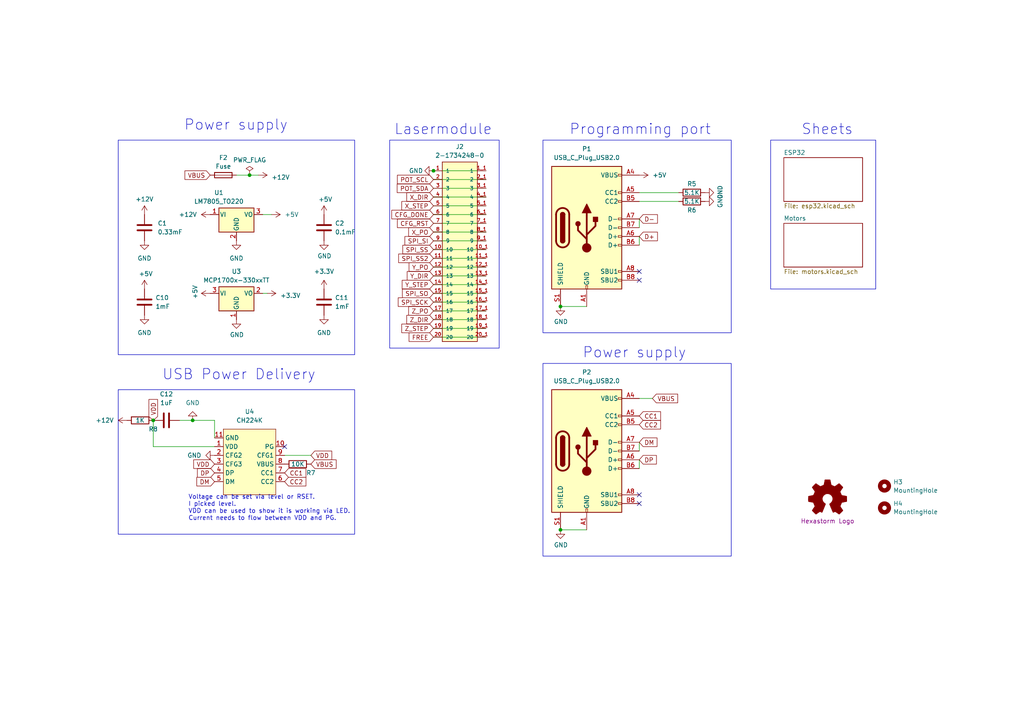
<source format=kicad_sch>
(kicad_sch (version 20230121) (generator eeschema)
  (paper "A4")
  (title_block (title "Firestarter ") (date "2021-07-30") (company "Hexastorm") (comment 1 "v3"))
  (lib_symbols
    (symbol "Connector:USB_C_Receptacle_USB2.0" (pin_names (offset 1.016))
      (property "Reference" "J" (at -10.16 19.05 0))
      (property "Value" "USB_C_Receptacle_USB2.0" (at 19.05 19.05 0))
      (symbol "USB_C_Receptacle_USB2.0_0_0"
        (rectangle (start -0.254 -17.78) (end 0.254 -16.764))
        (rectangle (start 10.16 -14.986) (end 9.144 -15.494))
        (rectangle (start 10.16 -12.446) (end 9.144 -12.954))
        (rectangle (start 10.16 -4.826) (end 9.144 -5.334))
        (rectangle (start 10.16 -2.286) (end 9.144 -2.794))
        (rectangle (start 10.16 0.254) (end 9.144 -0.254))
        (rectangle (start 10.16 2.794) (end 9.144 2.286))
        (rectangle (start 10.16 7.874) (end 9.144 7.366))
        (rectangle (start 10.16 10.414) (end 9.144 9.906))
        (rectangle (start 10.16 15.494) (end 9.144 14.986))
      )
      (symbol "USB_C_Receptacle_USB2.0_0_1"
        (rectangle (start -10.16 17.78) (end 10.16 -17.78) (stroke (width 0.254)) (fill (type background)))
        (arc (start -8.89 -3.81) (mid -6.985 -5.7067) (end -5.08 -3.81) (stroke (width 0.508)))
        (arc (start -7.62 -3.81) (mid -6.985 -4.4423) (end -6.35 -3.81) (stroke (width 0.254)))
        (arc (start -7.62 -3.81) (mid -6.985 -4.4423) (end -6.35 -3.81) (stroke (width 0.254)) (fill (type outline)))
        (rectangle (start -7.62 -3.81) (end -6.35 3.81) (stroke (width 0.254)) (fill (type outline)))
        (arc (start -6.35 3.81) (mid -6.985 4.4423) (end -7.62 3.81) (stroke (width 0.254)))
        (arc (start -6.35 3.81) (mid -6.985 4.4423) (end -7.62 3.81) (stroke (width 0.254)) (fill (type outline)))
        (arc (start -5.08 3.81) (mid -6.985 5.7067) (end -8.89 3.81) (stroke (width 0.508)))
        (circle (center -2.54 1.143) (radius 0.635) (stroke (width 0.254)) (fill (type outline)))
        (circle (center 0 -5.842) (radius 1.27) (fill (type outline)))
        (polyline (pts (xy -8.89 -3.81) (xy -8.89 3.81)) (stroke (width 0.508)))
        (polyline (pts (xy -5.08 3.81) (xy -5.08 -3.81)) (stroke (width 0.508)))
        (polyline (pts (xy 0 -5.842) (xy 0 4.318)) (stroke (width 0.508)))
        (polyline (pts (xy 0 -3.302) (xy -2.54 -0.762) (xy -2.54 0.508)) (stroke (width 0.508)))
        (polyline (pts (xy 0 -2.032) (xy 2.54 0.508) (xy 2.54 1.778)) (stroke (width 0.508)))
        (polyline (pts (xy -1.27 4.318) (xy 0 6.858) (xy 1.27 4.318) (xy -1.27 4.318)) (stroke (width 0.254)) (fill (type outline)))
        (rectangle (start 1.905 1.778) (end 3.175 3.048) (stroke (width 0.254)) (fill (type outline)))
      )
      (symbol "USB_C_Receptacle_USB2.0_1_1"
        (pin passive line (at 0 -22.86 90) (length 5.08) (name "GND") (number "A1"))
        (pin passive line (at 0 -22.86 90) (length 5.08) hide (name "GND") (number "A12"))
        (pin passive line (at 15.24 15.24 180) (length 5.08) (name "VBUS") (number "A4"))
        (pin bidirectional line (at 15.24 10.16 180) (length 5.08) (name "CC1") (number "A5"))
        (pin bidirectional line (at 15.24 -2.54 180) (length 5.08) (name "D+") (number "A6"))
        (pin bidirectional line (at 15.24 2.54 180) (length 5.08) (name "D-") (number "A7"))
        (pin bidirectional line (at 15.24 -12.7 180) (length 5.08) (name "SBU1") (number "A8"))
        (pin passive line (at 15.24 15.24 180) (length 5.08) hide (name "VBUS") (number "A9"))
        (pin passive line (at 0 -22.86 90) (length 5.08) hide (name "GND") (number "B1"))
        (pin passive line (at 0 -22.86 90) (length 5.08) hide (name "GND") (number "B12"))
        (pin passive line (at 15.24 15.24 180) (length 5.08) hide (name "VBUS") (number "B4"))
        (pin bidirectional line (at 15.24 7.62 180) (length 5.08) (name "CC2") (number "B5"))
        (pin bidirectional line (at 15.24 -5.08 180) (length 5.08) (name "D+") (number "B6"))
        (pin bidirectional line (at 15.24 0 180) (length 5.08) (name "D-") (number "B7"))
        (pin bidirectional line (at 15.24 -15.24 180) (length 5.08) (name "SBU2") (number "B8"))
        (pin passive line (at 15.24 15.24 180) (length 5.08) hide (name "VBUS") (number "B9"))
        (pin passive line (at -7.62 -22.86 90) (length 5.08) (name "SHIELD") (number "S1"))
      )
    )
    (symbol "Device:C" (pin_numbers hide) (pin_names (offset 0.254))
      (property "Reference" "C" (at 0.635 2.54 0))
      (property "Value" "C" (at 0.635 -2.54 0))
      (symbol "C_0_1"
        (polyline (pts (xy -2.032 -0.762) (xy 2.032 -0.762)) (stroke (width 0.508)))
        (polyline (pts (xy -2.032 0.762) (xy 2.032 0.762)) (stroke (width 0.508)))
      )
      (symbol "C_1_1"
        (pin passive line (at 0 3.81 270) (length 2.794) (name "~") (number "1"))
        (pin passive line (at 0 -3.81 90) (length 2.794) (name "~") (number "2"))
      )
    )
    (symbol "Device:Fuse" (pin_numbers hide) (pin_names (offset 0))
      (property "Reference" "F" (at 2.032 0 90))
      (property "Value" "Fuse" (at -1.905 0 90))
      (symbol "Fuse_0_1"
        (rectangle (start -0.762 -2.54) (end 0.762 2.54) (stroke (width 0.254)))
        (polyline (pts (xy 0 2.54) (xy 0 -2.54)))
      )
      (symbol "Fuse_1_1"
        (pin passive line (at 0 3.81 270) (length 1.27) (name "~") (number "1"))
        (pin passive line (at 0 -3.81 90) (length 1.27) (name "~") (number "2"))
      )
    )
    (symbol "Device:R" (pin_numbers hide) (pin_names (offset 0))
      (property "Reference" "R" (at 2.032 0 90))
      (property "Value" "R" (at 0 0 90))
      (symbol "R_0_1"
        (rectangle (start -1.016 -2.54) (end 1.016 2.54) (stroke (width 0.254)))
      )
      (symbol "R_1_1"
        (pin passive line (at 0 3.81 270) (length 1.27) (name "~") (number "1"))
        (pin passive line (at 0 -3.81 90) (length 1.27) (name "~") (number "2"))
      )
    )
    (symbol "Graphic:Logo_Open_Hardware_Small" (in_bom no) (on_board no)
      (symbol "Logo_Open_Hardware_Small_0_1"
        (polyline (pts (xy 3.3528 -4.3434) (xy 3.302 -4.318) (xy 3.175 -4.2418) (xy 2.9972 -4.1148) (xy 2.7686 -3.9624) (xy 2.54 -3.81) (xy 2.3622 -3.7084) (xy 2.2352 -3.6068) (xy 2.1844 -3.5814) (xy 2.159 -3.6068) (xy 2.0574 -3.6576) (xy 1.905 -3.7338) (xy 1.8034 -3.7846) (xy 1.6764 -3.8354) (xy 1.6002 -3.8354) (xy 1.6002 -3.8354) (xy 1.5494 -3.7338) (xy 1.4732 -3.5306) (xy 1.3462 -3.302) (xy 1.2446 -3.0226) (xy 1.1176 -2.7178) (xy 0.9652 -2.413) (xy 0.8636 -2.1082) (xy 0.7366 -1.8288) (xy 0.6604 -1.6256) (xy 0.6096 -1.4732) (xy 0.5842 -1.397) (xy 0.5842 -1.397) (xy 0.6604 -1.3208) (xy 0.7874 -1.2446) (xy 1.0414 -1.016) (xy 1.2954 -0.6858) (xy 1.4478 -0.3302) (xy 1.524 0.0762) (xy 1.4732 0.4572) (xy 1.3208 0.8128) (xy 1.0668 1.143) (xy 0.762 1.3716) (xy 0.4064 1.524) (xy 0 1.5748) (xy -0.381 1.5494) (xy -0.7366 1.397) (xy -1.0668 1.143) (xy -1.2192 0.9906) (xy -1.397 0.6604) (xy -1.524 0.3048) (xy -1.524 0.2286) (xy -1.4986 -0.1778) (xy -1.397 -0.5334) (xy -1.1938 -0.8636) (xy -0.9144 -1.143) (xy -0.8636 -1.1684) (xy -0.7366 -1.27) (xy -0.635 -1.3462) (xy -0.5842 -1.397) (xy -1.0668 -2.5908) (xy -1.143 -2.794) (xy -1.2954 -3.1242) (xy -1.397 -3.4036) (xy -1.4986 -3.6322) (xy -1.5748 -3.7846) (xy -1.6002 -3.8354) (xy -1.6002 -3.8354) (xy -1.651 -3.8354) (xy -1.7272 -3.81) (xy -1.905 -3.7338) (xy -2.0066 -3.683) (xy -2.1336 -3.6068) (xy -2.2098 -3.5814) (xy -2.2606 -3.6068) (xy -2.3622 -3.683) (xy -2.54 -3.81) (xy -2.7686 -3.9624) (xy -2.9718 -4.0894) (xy -3.1496 -4.2164) (xy -3.302 -4.318) (xy -3.3528 -4.3434) (xy -3.3782 -4.3434) (xy -3.429 -4.318) (xy -3.5306 -4.2164) (xy -3.7084 -4.064) (xy -3.937 -3.8354) (xy -3.9624 -3.81) (xy -4.1656 -3.6068) (xy -4.318 -3.4544) (xy -4.4196 -3.3274) (xy -4.445 -3.2766) (xy -4.445 -3.2766) (xy -4.4196 -3.2258) (xy -4.318 -3.0734) (xy -4.2164 -2.8956) (xy -4.064 -2.667) (xy -3.6576 -2.0828) (xy -3.8862 -1.5494) (xy -3.937 -1.3716) (xy -4.0386 -1.1684) (xy -4.0894 -1.0414) (xy -4.1148 -0.9652) (xy -4.191 -0.9398) (xy -4.318 -0.9144) (xy -4.5466 -0.8636) (xy -4.8006 -0.8128) (xy -5.0546 -0.7874) (xy -5.2578 -0.7366) (xy -5.4356 -0.7112) (xy -5.5118 -0.6858) (xy -5.5118 -0.6858) (xy -5.5372 -0.635) (xy -5.5372 -0.5588) (xy -5.5372 -0.4318) (xy -5.5626 -0.2286) (xy -5.5626 0.0762) (xy -5.5626 0.127) (xy -5.5372 0.4064) (xy -5.5372 0.635) (xy -5.5372 0.762) (xy -5.5372 0.8382) (xy -5.5372 0.8382) (xy -5.461 0.8382) (xy -5.3086 0.889) (xy -5.08 0.9144) (xy -4.826 0.9652) (xy -4.8006 0.9906) (xy -4.5466 1.0414) (xy -4.318 1.0668) (xy -4.1656 1.1176) (xy -4.0894 1.143) (xy -4.0894 1.143) (xy -4.0386 1.2446) (xy -3.9624 1.4224) (xy -3.8608 1.6256) (xy -3.7846 1.8288) (xy -3.7084 2.0066) (xy -3.6576 2.159) (xy -3.6322 2.2098) (xy -3.6322 2.2098) (xy -3.683 2.286) (xy -3.7592 2.413) (xy -3.8862 2.5908) (xy -4.064 2.8194) (xy -4.064 2.8448) (xy -4.2164 3.0734) (xy -4.3434 3.2512) (xy -4.4196 3.3782) (xy -4.445 3.4544) (xy -4.445 3.4544) (xy -4.3942 3.5052) (xy -4.2926 3.6322) (xy -4.1148 3.81) (xy -3.937 4.0132) (xy -3.8608 4.064) (xy -3.6576 4.2926) (xy -3.5052 4.4196) (xy -3.4036 4.4958) (xy -3.3528 4.5212) (xy -3.3528 4.5212) (xy -3.302 4.4704) (xy -3.1496 4.3688) (xy -2.9718 4.2418) (xy -2.7432 4.0894) (xy -2.7178 4.0894) (xy -2.4892 3.937) (xy -2.3114 3.81) (xy -2.1844 3.7084) (xy -2.1336 3.683) (xy -2.1082 3.683) (xy -2.032 3.7084) (xy -1.8542 3.7592) (xy -1.6764 3.8354) (xy -1.4732 3.937) (xy -1.27 4.0132) (xy -1.143 4.064) (xy -1.0668 4.1148) (xy -1.0668 4.1148) (xy -1.0414 4.191) (xy -1.016 4.3434) (xy -0.9652 4.572) (xy -0.9144 4.8514) (xy -0.889 4.9022) (xy -0.8382 5.1562) (xy -0.8128 5.3848) (xy -0.7874 5.5372) (xy -0.762 5.588) (xy -0.7112 5.6134) (xy -0.5842 5.6134) (xy -0.4064 5.6134) (xy -0.1524 5.6134) (xy 0.0762 5.6134) (xy 0.3302 5.6134) (xy 0.5334 5.6134) (xy 0.6858 5.588) (xy 0.7366 5.588) (xy 0.7366 5.588) (xy 0.762 5.5118) (xy 0.8128 5.334) (xy 0.8382 5.1054) (xy 0.9144 4.826) (xy 0.9144 4.7752) (xy 0.9652 4.5212) (xy 1.016 4.2926) (xy 1.0414 4.1402) (xy 1.0668 4.0894) (xy 1.0668 4.0894) (xy 1.1938 4.0386) (xy 1.3716 3.9624) (xy 1.5748 3.8608) (xy 2.0828 3.6576) (xy 2.7178 4.0894) (xy 2.7686 4.1402) (xy 2.9972 4.2926) (xy 3.175 4.4196) (xy 3.302 4.4958) (xy 3.3782 4.5212) (xy 3.3782 4.5212) (xy 3.429 4.4704) (xy 3.556 4.3434) (xy 3.7338 4.191) (xy 3.9116 3.9878) (xy 4.064 3.8354) (xy 4.2418 3.6576) (xy 4.3434 3.556) (xy 4.4196 3.4798) (xy 4.4196 3.429) (xy 4.4196 3.4036) (xy 4.3942 3.3274) (xy 4.2926 3.2004) (xy 4.1656 2.9972) (xy 4.0132 2.794) (xy 3.8862 2.5908) (xy 3.7592 2.3876) (xy 3.6576 2.2352) (xy 3.6322 2.159) (xy 3.6322 2.1336) (xy 3.683 2.0066) (xy 3.7592 1.8288) (xy 3.8608 1.6002) (xy 4.064 1.1176) (xy 4.3942 1.0414) (xy 4.5974 1.016) (xy 4.8768 0.9652) (xy 5.1308 0.9144) (xy 5.5372 0.8382) (xy 5.5626 -0.6604) (xy 5.4864 -0.6858) (xy 5.4356 -0.6858) (xy 5.2832 -0.7366) (xy 5.0546 -0.762) (xy 4.8006 -0.8128) (xy 4.5974 -0.8636) (xy 4.3688 -0.9144) (xy 4.2164 -0.9398) (xy 4.1402 -0.9398) (xy 4.1148 -0.9652) (xy 4.064 -1.0668) (xy 3.9878 -1.2446) (xy 3.9116 -1.4478) (xy 3.81 -1.651) (xy 3.7338 -1.8542) (xy 3.683 -2.0066) (xy 3.6576 -2.0828) (xy 3.683 -2.1336) (xy 3.7846 -2.2606) (xy 3.8862 -2.4638) (xy 4.0386 -2.667) (xy 4.191 -2.8956) (xy 4.318 -3.0734) (xy 4.3942 -3.2004) (xy 4.445 -3.2766) (xy 4.4196 -3.3274) (xy 4.3434 -3.429) (xy 4.1656 -3.5814) (xy 3.937 -3.8354) (xy 3.8862 -3.8608) (xy 3.683 -4.064) (xy 3.5306 -4.2164) (xy 3.4036 -4.318) (xy 3.3528 -4.3434)) (fill (type outline)))
      )
    )
    (symbol "Mechanical:MountingHole" (pin_names (offset 1.016))
      (property "Reference" "H" (at 0 5.08 0))
      (property "Value" "MountingHole" (at 0 3.175 0))
      (symbol "MountingHole_0_1"
        (circle (center 0 0) (radius 1.27) (stroke (width 1.27)))
      )
    )
    (symbol "Regulator_Linear:LM7805_TO220" (pin_names (offset 0.254))
      (property "Reference" "U" (at -3.81 3.175 0))
      (property "Value" "LM7805_TO220" (at 0 3.175 0))
      (symbol "LM7805_TO220_0_1"
        (rectangle (start -5.08 1.905) (end 5.08 -5.08) (stroke (width 0.254)) (fill (type background)))
      )
      (symbol "LM7805_TO220_1_1"
        (pin power_in line (at -7.62 0 0) (length 2.54) (name "VI") (number "1"))
        (pin power_in line (at 0 -7.62 90) (length 2.54) (name "GND") (number "2"))
        (pin power_out line (at 7.62 0 180) (length 2.54) (name "VO") (number "3"))
      )
    )
    (symbol "Regulator_Linear:MCP1700x-330xxTT" (pin_names (offset 0.254))
      (property "Reference" "U" (at -3.81 3.175 0))
      (property "Value" "MCP1700x-330xxTT" (at 0 3.175 0))
      (symbol "MCP1700x-330xxTT_0_1"
        (rectangle (start -5.08 1.905) (end 5.08 -5.08) (stroke (width 0.254)) (fill (type background)))
      )
      (symbol "MCP1700x-330xxTT_1_1"
        (pin power_in line (at 0 -7.62 90) (length 2.54) (name "GND") (number "1"))
        (pin power_out line (at 7.62 0 180) (length 2.54) (name "VO") (number "2"))
        (pin power_in line (at -7.62 0 0) (length 2.54) (name "VI") (number "3"))
      )
    )
    (symbol "firestarter_library:2-1734248-0" (pin_names (offset 1.016))
      (property "Reference" "J" (at -5.08 20.955 0))
      (property "Value" "2-1734248-0" (at -6.35 -35.56 0))
      (symbol "2-1734248-0_0_0"
        (rectangle (start -5.08 20.32) (end 5.08 -31.75) (stroke (width 0.2032)) (fill (type background)))
        (pin passive line (at -7.62 17.78 0) (length 2.54) (name "1") (number "1"))
        (pin passive line (at -7.62 -5.08 0) (length 2.54) (name "10") (number "10"))
        (pin passive line (at 7.62 -5.08 180) (length 2.54) (name "10") (number "10_1"))
        (pin passive line (at -7.62 -7.62 0) (length 2.54) (name "11") (number "11"))
        (pin passive line (at 7.62 -7.62 180) (length 2.54) (name "11") (number "11_1"))
        (pin passive line (at -7.62 -10.16 0) (length 2.54) (name "12") (number "12"))
        (pin passive line (at 7.62 -10.16 180) (length 2.54) (name "12") (number "12_1"))
        (pin passive line (at -7.62 -12.7 0) (length 2.54) (name "13") (number "13"))
        (pin passive line (at 7.62 -12.7 180) (length 2.54) (name "13") (number "13_1"))
        (pin passive line (at -7.62 -15.24 0) (length 2.54) (name "14") (number "14"))
        (pin passive line (at 7.62 -15.24 180) (length 2.54) (name "14") (number "14_1"))
        (pin passive line (at -7.62 -17.78 0) (length 2.54) (name "15") (number "15"))
        (pin passive line (at 7.62 -17.78 180) (length 2.54) (name "15") (number "15_1"))
        (pin passive line (at 7.62 17.78 180) (length 2.54) (name "1") (number "1_1"))
        (pin passive line (at -7.62 15.24 0) (length 2.54) (name "2") (number "2"))
        (pin passive line (at 7.62 15.24 180) (length 2.54) (name "2") (number "2_1"))
        (pin passive line (at -7.62 12.7 0) (length 2.54) (name "3") (number "3"))
        (pin passive line (at 7.62 12.7 180) (length 2.54) (name "3") (number "3_1"))
        (pin passive line (at -7.62 10.16 0) (length 2.54) (name "4") (number "4"))
        (pin passive line (at 7.62 10.16 180) (length 2.54) (name "4") (number "4_1"))
        (pin passive line (at -7.62 7.62 0) (length 2.54) (name "5") (number "5"))
        (pin passive line (at 7.62 7.62 180) (length 2.54) (name "5") (number "5_1"))
        (pin passive line (at -7.62 5.08 0) (length 2.54) (name "6") (number "6"))
        (pin passive line (at 7.62 5.08 180) (length 2.54) (name "6") (number "6_1"))
        (pin passive line (at -7.62 2.54 0) (length 2.54) (name "7") (number "7"))
        (pin passive line (at 7.62 2.54 180) (length 2.54) (name "7") (number "7_1"))
        (pin passive line (at -7.62 0 0) (length 2.54) (name "8") (number "8"))
        (pin passive line (at 7.62 0 180) (length 2.54) (name "8") (number "8_1"))
        (pin passive line (at -7.62 -2.54 0) (length 2.54) (name "9") (number "9"))
        (pin passive line (at 7.62 -2.54 180) (length 2.54) (name "9") (number "9_1"))
      )
      (symbol "2-1734248-0_1_0"
        (pin passive line (at -7.62 -20.32 0) (length 2.54) (name "16") (number "16"))
        (pin passive line (at 7.62 -20.32 180) (length 2.54) (name "16") (number "16_1"))
        (pin passive line (at -7.62 -22.86 0) (length 2.54) (name "17") (number "17"))
        (pin passive line (at 7.62 -22.86 180) (length 2.54) (name "17") (number "17_1"))
        (pin passive line (at -7.62 -25.4 0) (length 2.54) (name "18") (number "18"))
        (pin passive line (at 7.62 -25.4 180) (length 2.54) (name "18") (number "18_1"))
        (pin passive line (at -7.62 -27.94 0) (length 2.54) (name "19") (number "19"))
        (pin passive line (at 7.62 -27.94 180) (length 2.54) (name "19") (number "19_1"))
        (pin passive line (at -7.62 -30.48 0) (length 2.54) (name "20") (number "20"))
        (pin passive line (at 7.62 -30.48 180) (length 2.54) (name "20") (number "20_1"))
      )
    )
    (symbol "power:+12V" (power) (pin_names (offset 0))
      (property "Value" "+12V" (at 0 3.556 0))
      (symbol "+12V_0_1"
        (polyline (pts (xy -0.762 1.27) (xy 0 2.54)))
        (polyline (pts (xy 0 0) (xy 0 2.54)))
        (polyline (pts (xy 0 2.54) (xy 0.762 1.27)))
      )
      (symbol "+12V_1_1"
        (pin power_in line (at 0 0 90) (length 0) hide (name "+12V") (number "1"))
      )
    )
    (symbol "power:+3.3V" (power) (pin_names (offset 0))
      (property "Value" "+3.3V" (at 0 3.556 0))
      (symbol "+3.3V_0_1"
        (polyline (pts (xy -0.762 1.27) (xy 0 2.54)))
        (polyline (pts (xy 0 0) (xy 0 2.54)))
        (polyline (pts (xy 0 2.54) (xy 0.762 1.27)))
      )
      (symbol "+3.3V_1_1"
        (pin power_in line (at 0 0 90) (length 0) hide (name "+3.3V") (number "1"))
      )
    )
    (symbol "power:+5V" (power) (pin_names (offset 0))
      (property "Value" "+5V" (at 0 3.556 0))
      (symbol "+5V_0_1"
        (polyline (pts (xy -0.762 1.27) (xy 0 2.54)))
        (polyline (pts (xy 0 0) (xy 0 2.54)))
        (polyline (pts (xy 0 2.54) (xy 0.762 1.27)))
      )
      (symbol "+5V_1_1"
        (pin power_in line (at 0 0 90) (length 0) hide (name "+5V") (number "1"))
      )
    )
    (symbol "power:GND" (power) (pin_names (offset 0))
      (property "Value" "GND" (at 0 -3.81 0))
      (symbol "GND_0_1"
        (polyline (pts (xy 0 0) (xy 0 -1.27) (xy 1.27 -1.27) (xy 0 -2.54) (xy -1.27 -1.27) (xy 0 -1.27)))
      )
      (symbol "GND_1_1"
        (pin power_in line (at 0 0 270) (length 0) hide (name "GND") (number "1"))
      )
    )
    (symbol "power:PWR_FLAG" (power) (pin_numbers hide) (pin_names (offset 0) hide)
      (property "Value" "PWR_FLAG" (at 0 3.81 0))
      (symbol "PWR_FLAG_0_0"
        (pin power_out line (at 0 0 90) (length 0) (name "pwr") (number "1"))
      )
      (symbol "PWR_FLAG_0_1"
        (polyline (pts (xy 0 0) (xy 0 1.27) (xy -1.016 1.905) (xy 0 2.54) (xy 1.016 1.905) (xy 0 1.27)))
      )
    )
    (symbol "wch_mcu_peripheral:CH224K"
      (property "Reference" "U" (at 0 -10.16 0))
      (property "Value" "CH224K" (at 5.08 -11.43 0))
      (symbol "CH224K_0_1"
        (rectangle (start -7.62 10.16) (end 7.62 -8.89) (fill (type background)))
      )
      (symbol "CH224K_1_1"
        (pin power_in line (at -10.16 5.08 0) (length 2.54) (name "VDD") (number "1"))
        (pin output line (at 10.16 5.08 180) (length 2.54) (name "PG") (number "10"))
        (pin power_in line (at -10.16 7.62 0) (length 2.54) (name "GND") (number "11"))
        (pin input line (at -10.16 2.54 0) (length 2.54) (name "CFG2") (number "2"))
        (pin input line (at -10.16 0 0) (length 2.54) (name "CFG3") (number "3"))
        (pin bidirectional line (at -10.16 -2.54 0) (length 2.54) (name "DP") (number "4"))
        (pin bidirectional line (at -10.16 -5.08 0) (length 2.54) (name "DM") (number "5"))
        (pin bidirectional line (at 10.16 -5.08 180) (length 2.54) (name "CC2") (number "6"))
        (pin bidirectional line (at 10.16 -2.54 180) (length 2.54) (name "CC1") (number "7"))
        (pin input line (at 10.16 0 180) (length 2.54) (name "VBUS") (number "8"))
        (pin input line (at 10.16 2.54 180) (length 2.54) (name "CFG1") (number "9"))
      )
    )
  )
  (junction (at 55.88 121.92))
  (junction (at 125.73 49.53))
  (junction (at 44.45 121.92))
  (junction (at 162.56 88.9))
  (junction (at 162.56 153.67))
  (junction (at 72.39 50.8))
  (no_connect (at 185.42 143.51))
  (no_connect (at 82.55 129.54))
  (no_connect (at 185.42 81.28))
  (no_connect (at 185.42 146.05))
  (no_connect (at 185.42 78.74))
  (wire (pts (xy 185.42 115.57) (xy 189.23 115.57)))
  (wire (pts (xy 82.55 132.08) (xy 90.17 132.08)))
  (wire (pts (xy 125.73 59.69) (xy 140.97 59.69)))
  (wire (pts (xy 125.73 85.09) (xy 140.97 85.09)))
  (wire (pts (xy 185.42 63.5) (xy 185.42 66.04)))
  (wire (pts (xy 125.73 62.23) (xy 140.97 62.23)))
  (wire (pts (xy 125.73 80.01) (xy 140.97 80.01)))
  (wire (pts (xy 185.42 133.35) (xy 185.42 135.89)))
  (wire (pts (xy 125.73 95.25) (xy 140.97 95.25)))
  (wire (pts (xy 125.73 49.53) (xy 140.97 49.53)))
  (wire (pts (xy 44.45 121.92) (xy 44.45 129.54)))
  (wire (pts (xy 52.07 121.92) (xy 55.88 121.92)))
  (wire (pts (xy 185.42 55.88) (xy 196.85 55.88)))
  (wire (pts (xy 125.73 92.71) (xy 140.97 92.71)))
  (wire (pts (xy 125.73 57.15) (xy 140.97 57.15)))
  (wire (pts (xy 72.39 50.8) (xy 74.93 50.8)))
  (wire (pts (xy 125.73 97.79) (xy 140.97 97.79)))
  (wire (pts (xy 125.73 87.63) (xy 140.97 87.63)))
  (wire (pts (xy 185.42 68.58) (xy 185.42 71.12)))
  (wire (pts (xy 162.56 88.9) (xy 170.18 88.9)))
  (wire (pts (xy 125.73 64.77) (xy 140.97 64.77)))
  (wire (pts (xy 76.2 85.09) (xy 77.47 85.09)))
  (wire (pts (xy 125.73 82.55) (xy 140.97 82.55)))
  (wire (pts (xy 162.56 153.67) (xy 170.18 153.67)))
  (wire (pts (xy 125.73 67.31) (xy 140.97 67.31)))
  (wire (pts (xy 125.73 90.17) (xy 140.97 90.17)))
  (wire (pts (xy 185.42 58.42) (xy 196.85 58.42)))
  (wire (pts (xy 44.45 129.54) (xy 62.23 129.54)))
  (wire (pts (xy 55.88 121.92) (xy 62.23 121.92)))
  (wire (pts (xy 125.73 69.85) (xy 140.97 69.85)))
  (wire (pts (xy 125.73 52.07) (xy 140.97 52.07)))
  (wire (pts (xy 125.73 54.61) (xy 140.97 54.61)))
  (wire (pts (xy 68.58 50.8) (xy 72.39 50.8)))
  (wire (pts (xy 62.23 121.92) (xy 62.23 127)))
  (wire (pts (xy 76.2 62.23) (xy 78.74 62.23)))
  (wire (pts (xy 185.42 128.27) (xy 185.42 130.81)))
  (wire (pts (xy 125.73 74.93) (xy 140.97 74.93)))
  (wire (pts (xy 125.73 77.47) (xy 140.97 77.47)))
  (wire (pts (xy 125.73 72.39) (xy 140.97 72.39)))
  (rectangle (start 34.29 40.64) (end 102.87 102.87))
  (rectangle (start 157.48 40.64) (end 212.09 96.52))
  (rectangle (start 34.29 113.03) (end 102.87 154.94))
  (rectangle (start 113.03 40.64) (end 144.78 100.965))
  (rectangle (start 223.52 40.64) (end 254 83.82))
  (rectangle (start 157.48 105.41) (end 212.09 161.29))
  (text "Programming port" (at 165.1 39.37 0) (effects (font (size 3 3)) (justify left bottom)))
  (text "Power supply" (at 53.34 38.1 0) (effects (font (size 3 3)) (justify left bottom)))
  (text "Voltage can be set via level or RSET.\nI picked level.\nVDD can be used to show it is working via LED.\nCurrent needs to flow between VDD and PG." (at 54.61 151.13 0) (effects (font (size 1.27 1.27)) (justify left bottom)))
  (text "USB Power Delivery" (at 46.99 110.49 0) (effects (font (size 3 3)) (justify left bottom)))
  (text "Sheets" (at 232.41 39.37 0) (effects (font (size 3 3)) (justify left bottom)))
  (text "Lasermodule" (at 114.3 39.37 0) (effects (font (size 3 3)) (justify left bottom)))
  (text "Power supply" (at 168.91 104.14 0) (effects (font (size 3 3)) (justify left bottom)))
  (global_label "Z_DIR" (shape input) (at 125.73 92.71 180) (property "Intersheetrefs" "${INTERSHEET_REFS}" (effects hide)))
  (global_label "Y_DIR" (shape input) (at 125.73 80.01 180) (property "Intersheetrefs" "${INTERSHEET_REFS}" (effects hide)))
  (global_label "X_PO" (shape input) (at 125.73 67.31 180) (property "Intersheetrefs" "${INTERSHEET_REFS}" (effects hide)))
  (global_label "CC1" (shape input) (at 185.42 120.65 0) (property "Intersheetrefs" "${INTERSHEET_REFS}" (effects hide)))
  (global_label "Y_PO" (shape input) (at 125.73 77.47 180) (property "Intersheetrefs" "${INTERSHEET_REFS}" (effects hide)))
  (global_label "VBUS" (shape input) (at 90.17 134.62 0) (property "Intersheetrefs" "${INTERSHEET_REFS}" (effects hide)))
  (global_label "DP" (shape input) (at 62.23 137.16 180) (property "Intersheetrefs" "${INTERSHEET_REFS}" (effects hide)))
  (global_label "X_DIR" (shape input) (at 125.73 57.15 180) (property "Intersheetrefs" "${INTERSHEET_REFS}" (effects hide)))
  (global_label "Y_STEP" (shape input) (at 125.73 82.55 180) (property "Intersheetrefs" "${INTERSHEET_REFS}" (effects hide)))
  (global_label "POT_SDA" (shape input) (at 125.73 54.61 180) (property "Intersheetrefs" "${INTERSHEET_REFS}" (effects hide)))
  (global_label "D+" (shape input) (at 185.42 68.58 0) (property "Intersheetrefs" "${INTERSHEET_REFS}" (effects hide)))
  (global_label "CFG_RST" (shape input) (at 125.73 64.77 180) (property "Intersheetrefs" "${INTERSHEET_REFS}" (effects hide)))
  (global_label "FREE" (shape input) (at 125.73 97.79 180) (property "Intersheetrefs" "${INTERSHEET_REFS}" (effects hide)))
  (global_label "SPI_SS" (shape input) (at 125.73 72.39 180) (property "Intersheetrefs" "${INTERSHEET_REFS}" (effects hide)))
  (global_label "SPI_SS2" (shape input) (at 125.73 74.93 180) (property "Intersheetrefs" "${INTERSHEET_REFS}" (effects hide)))
  (global_label "Z_PO" (shape input) (at 125.73 90.17 180) (property "Intersheetrefs" "${INTERSHEET_REFS}" (effects hide)))
  (global_label "CFG_DONE" (shape input) (at 125.73 62.23 180) (property "Intersheetrefs" "${INTERSHEET_REFS}" (effects hide)))
  (global_label "POT_SCL" (shape input) (at 125.73 52.07 180) (property "Intersheetrefs" "${INTERSHEET_REFS}" (effects hide)))
  (global_label "SPI_SCK" (shape input) (at 125.73 87.63 180) (property "Intersheetrefs" "${INTERSHEET_REFS}" (effects hide)))
  (global_label "VDD" (shape input) (at 90.17 132.08 0) (property "Intersheetrefs" "${INTERSHEET_REFS}" (effects hide)))
  (global_label "D-" (shape input) (at 185.42 63.5 0) (property "Intersheetrefs" "${INTERSHEET_REFS}" (effects hide)))
  (global_label "VBUS" (shape input) (at 60.96 50.8 180) (property "Intersheetrefs" "${INTERSHEET_REFS}" (effects hide)))
  (global_label "X_STEP" (shape input) (at 125.73 59.69 180) (property "Intersheetrefs" "${INTERSHEET_REFS}" (effects hide)))
  (global_label "CC1" (shape input) (at 82.55 137.16 0) (property "Intersheetrefs" "${INTERSHEET_REFS}" (effects hide)))
  (global_label "CC2" (shape input) (at 185.42 123.19 0) (property "Intersheetrefs" "${INTERSHEET_REFS}" (effects hide)))
  (global_label "Z_STEP" (shape input) (at 125.73 95.25 180) (property "Intersheetrefs" "${INTERSHEET_REFS}" (effects hide)))
  (global_label "VDD" (shape input) (at 62.23 134.62 180) (property "Intersheetrefs" "${INTERSHEET_REFS}" (effects hide)))
  (global_label "VBUS" (shape input) (at 189.23 115.57 0) (property "Intersheetrefs" "${INTERSHEET_REFS}" (effects hide)))
  (global_label "SPI_SI" (shape input) (at 125.73 69.85 180) (property "Intersheetrefs" "${INTERSHEET_REFS}" (effects hide)))
  (global_label "VDD" (shape input) (at 44.45 121.92 90) (property "Intersheetrefs" "${INTERSHEET_REFS}" (effects hide)))
  (global_label "DM" (shape input) (at 185.42 128.27 0) (property "Intersheetrefs" "${INTERSHEET_REFS}" (effects hide)))
  (global_label "SPI_SO" (shape input) (at 125.73 85.09 180) (property "Intersheetrefs" "${INTERSHEET_REFS}" (effects hide)))
  (global_label "CC2" (shape input) (at 82.55 139.7 0) (property "Intersheetrefs" "${INTERSHEET_REFS}" (effects hide)))
  (global_label "DP" (shape input) (at 185.42 133.35 0) (property "Intersheetrefs" "${INTERSHEET_REFS}" (effects hide)))
  (global_label "DM" (shape input) (at 62.23 139.7 180) (property "Intersheetrefs" "${INTERSHEET_REFS}" (effects hide)))
  (symbol (lib_id "Graphic:Logo_Open_Hardware_Small") (at 240.03 144.78 0) (unit 1)
    (property "Reference" "G1" (effects hide))
    (property "Value" "hexastorm" (effects hide))
    (property "Footprint" "footprints:hexastorm" (effects hide))
    (property "Sim.Enable" "0" (effects hide))
    (property "Text" "Hexastorm Logo" (at 240.03 151.13 0))
  )
  (symbol (lib_id "power:PWR_FLAG") (at 72.39 50.8 0) (unit 1)
    (property "Reference" "#FLG02" (effects hide))
    (property "Value" "PWR_FLAG" (at 72.39 46.4058 0))
  )
  (symbol (lib_id "Mechanical:MountingHole") (at 256.54 140.97 0) (unit 1)
    (property "Reference" "H3" (at 259.08 139.8016 0) (effects (justify left)))
    (property "Value" "MountingHole" (at 259.08 142.24 0) (effects (justify left)))
    (property "Footprint" "MountingHole:MountingHole_2.7mm_M2.5" (effects hide))
  )
  (symbol (lib_id "Mechanical:MountingHole") (at 256.54 147.32 0) (unit 1)
    (property "Reference" "H4" (at 259.08 146.05 0) (effects (justify left)))
    (property "Value" "MountingHole" (at 259.08 148.463 0) (effects (justify left)))
    (property "Footprint" "MountingHole:MountingHole_2.7mm_M2.5" (effects hide))
  )
  (symbol (lib_id "Device:C") (at 41.91 66.04 0) (unit 1)
    (property "Reference" "C1" (at 45.72 64.77 0) (effects (justify left)))
    (property "Value" "0.33mF" (at 45.72 67.31 0) (effects (justify left)))
    (property "Footprint" "Capacitor_SMD:C_0805_2012Metric_Pad1.18x1.45mm_HandSolder" (effects hide))
  )
  (symbol (lib_id "Device:R") (at 40.64 121.92 270) (unit 1)
    (property "Reference" "R8" (at 44.45 124.46 90))
    (property "Value" "1K" (at 40.64 121.92 90))
    (property "Footprint" "Resistor_SMD:R_0805_2012Metric" (effects hide))
  )
  (symbol (lib_id "power:+3.3V") (at 77.47 85.09 270) (unit 1)
    (property "Reference" "#PWR039" (effects hide))
    (property "Value" "+3.3V" (at 81.28 85.725 90) (effects (justify left)))
  )
  (symbol (lib_id "power:GND") (at 204.47 55.88 90) (unit 1)
    (property "Reference" "#PWR036" (effects hide))
    (property "Value" "GND" (at 208.8642 55.753 0))
  )
  (symbol (lib_id "power:+12V") (at 60.96 62.23 90) (unit 1)
    (property "Reference" "#PWR02" (effects hide))
    (property "Value" "+12V" (at 57.15 62.23 90) (effects (justify left)))
  )
  (symbol (lib_id "Device:R") (at 200.66 55.88 90) (unit 1)
    (property "Reference" "R5" (at 200.66 53.34 90))
    (property "Value" "5.1K" (at 200.66 55.88 90))
    (property "Footprint" "Resistor_SMD:R_0805_2012Metric" (effects hide))
  )
  (symbol (lib_id "firestarter_library:2-1734248-0") (at 133.35 67.31 0) (unit 1)
    (property "Reference" "J2" (at 133.35 42.545 0))
    (property "Value" "2-1734248-0" (at 133.35 45.085 0))
    (property "Footprint" "footprints:TE_2-1734248-0" (effects hide))
  )
  (symbol (lib_id "power:GND") (at 68.58 92.71 0) (unit 1)
    (property "Reference" "#PWR038" (effects hide))
    (property "Value" "GND" (at 68.707 97.1042 0))
  )
  (symbol (lib_id "power:GND") (at 41.91 69.85 0) (unit 1)
    (property "Reference" "#PWR011" (effects hide))
    (property "Value" "GND" (at 41.91 74.93 0))
  )
  (symbol (lib_id "power:GND") (at 204.47 58.42 90) (unit 1)
    (property "Reference" "#PWR037" (effects hide))
    (property "Value" "GND" (at 208.8642 58.293 0))
  )
  (symbol (lib_id "Connector:USB_C_Receptacle_USB2.0") (at 170.18 130.81 0) (unit 1)
    (property "Reference" "P2" (at 170.18 107.95 0))
    (property "Value" "USB_C_Plug_USB2.0" (at 170.18 110.49 0))
    (property "Footprint" "Connector_USB:USB_C_Receptacle_GCT_USB4105-xx-A_16P_TopMnt_Horizontal" (effects hide))
    (property "Datasheet" "https://www.usb.org/sites/default/files/documents/usb_type-c.zip" (effects hide))
    (property "Notes" "VCONN is CC2, you need 5.1K otherwise you don't get current\\nfrom supply https://hackaday.com/2023/01/04/all-about-usb-c-resistors-and-emarkers/\\nhttps://forum.kicad.info/t/replace-micro-usb-b-receptable-with-usb-c-receptable/17671" (effects hide))
  )
  (symbol (lib_id "power:+5V") (at 41.91 83.82 0) (unit 1)
    (property "Reference" "#PWR043" (effects hide))
    (property "Value" "+5V" (at 42.291 79.4258 0))
  )
  (symbol (lib_id "Device:C") (at 93.98 66.04 0) (unit 1)
    (property "Reference" "C2" (at 97.155 64.77 0) (effects (justify left)))
    (property "Value" "0.1mF" (at 97.155 67.31 0) (effects (justify left)))
    (property "Footprint" "Capacitor_SMD:C_0805_2012Metric_Pad1.18x1.45mm_HandSolder" (effects hide))
  )
  (symbol (lib_id "power:+3.3V") (at 93.98 83.82 0) (unit 1)
    (property "Reference" "#PWR045" (effects hide))
    (property "Value" "+3.3V" (at 93.98 78.74 0))
  )
  (symbol (lib_id "power:+5V") (at 185.42 50.8 270) (unit 1)
    (property "Reference" "#PWR034" (effects hide))
    (property "Value" "+5V" (at 189.23 50.8 90) (effects (justify left)))
  )
  (symbol (lib_id "power:+5V") (at 78.74 62.23 270) (unit 1)
    (property "Reference" "#PWR06" (effects hide))
    (property "Value" "+5V" (at 82.55 62.23 90) (effects (justify left)))
  )
  (symbol (lib_id "power:GND") (at 68.58 69.85 0) (unit 1)
    (property "Reference" "#PWR03" (effects hide))
    (property "Value" "GND" (at 68.58 74.93 0))
  )
  (symbol (lib_id "power:GND") (at 93.98 69.85 0) (unit 1)
    (property "Reference" "#PWR040" (effects hide))
    (property "Value" "GND" (at 94.107 74.2442 0))
  )
  (symbol (lib_id "Device:C") (at 41.91 87.63 0) (unit 1)
    (property "Reference" "C10" (at 45.085 86.36 0) (effects (justify left)))
    (property "Value" "1mF" (at 45.085 88.9 0) (effects (justify left)))
    (property "Footprint" "Capacitor_SMD:C_0805_2012Metric_Pad1.18x1.45mm_HandSolder" (effects hide))
  )
  (symbol (lib_id "power:GND") (at 62.23 132.08 270) (unit 1)
    (property "Reference" "#PWR047" (effects hide))
    (property "Value" "GND" (at 58.42 132.08 90) (effects (justify right)))
  )
  (symbol (lib_id "Regulator_Linear:MCP1700x-330xxTT") (at 68.58 85.09 0) (unit 1)
    (property "Reference" "U3" (at 68.58 78.74 0))
    (property "Value" "MCP1700x-330xxTT" (at 68.58 81.28 0))
    (property "Footprint" "Package_TO_SOT_SMD:SOT-23" (effects hide))
    (property "Datasheet" "http://ww1.microchip.com/downloads/en/DeviceDoc/20001826D.pdf" (effects hide))
  )
  (symbol (lib_id "power:GND") (at 162.56 153.67 0) (unit 1)
    (property "Reference" "#PWR041" (effects hide))
    (property "Value" "GND" (at 162.687 158.0642 0))
  )
  (symbol (lib_id "Device:C") (at 93.98 87.63 0) (unit 1)
    (property "Reference" "C11" (at 97.155 86.36 0) (effects (justify left)))
    (property "Value" "1mF" (at 97.155 88.9 0) (effects (justify left)))
    (property "Footprint" "Capacitor_SMD:C_0805_2012Metric_Pad1.18x1.45mm_HandSolder" (effects hide))
  )
  (symbol (lib_id "power:+12V") (at 74.93 50.8 270) (unit 1)
    (property "Reference" "#PWR010" (effects hide))
    (property "Value" "+12V" (at 78.74 51.435 90) (effects (justify left)))
  )
  (symbol (lib_id "power:GND") (at 41.91 91.44 0) (unit 1)
    (property "Reference" "#PWR042" (effects hide))
    (property "Value" "GND" (at 41.91 96.52 0))
  )
  (symbol (lib_id "power:GND") (at 55.88 121.92 180) (unit 1)
    (property "Reference" "#PWR049" (effects hide))
    (property "Value" "GND" (at 55.88 116.84 0))
  )
  (symbol (lib_id "power:+12V") (at 36.83 121.92 90) (unit 1)
    (property "Reference" "#PWR01" (effects hide))
    (property "Value" "+12V" (at 33.02 121.92 90) (effects (justify left)))
  )
  (symbol (lib_id "power:+12V") (at 41.91 62.23 0) (unit 1)
    (property "Reference" "#PWR09" (effects hide))
    (property "Value" "+12V" (at 41.91 57.785 0))
  )
  (symbol (lib_id "wch_mcu_peripheral:CH224K") (at 72.39 134.62 0) (unit 1)
    (property "Reference" "U4" (at 72.39 119.38 0))
    (property "Value" "CH224K" (at 72.39 121.92 0))
    (property "Footprint" "footprints:ESSOP-10_CH224K" (effects hide))
    (property "Datasheet" "http://www.wch-ic.com/downloads/CH224DS1_PDF.html" (effects hide))
  )
  (symbol (lib_id "power:+5V") (at 93.98 62.23 0) (unit 1)
    (property "Reference" "#PWR012" (effects hide))
    (property "Value" "+5V" (at 94.361 57.8358 0))
  )
  (symbol (lib_id "power:GND") (at 162.56 88.9 0) (unit 1)
    (property "Reference" "#PWR033" (effects hide))
    (property "Value" "GND" (at 162.687 93.2942 0))
  )
  (symbol (lib_id "power:GND") (at 93.98 91.44 0) (unit 1)
    (property "Reference" "#PWR044" (effects hide))
    (property "Value" "GND" (at 93.98 96.52 0))
  )
  (symbol (lib_id "Device:R") (at 200.66 58.42 90) (unit 1)
    (property "Reference" "R6" (at 200.66 60.96 90))
    (property "Value" "5.1K" (at 200.66 58.42 90))
    (property "Footprint" "Resistor_SMD:R_0805_2012Metric" (effects hide))
  )
  (symbol (lib_id "Regulator_Linear:LM7805_TO220") (at 68.58 62.23 0) (unit 1)
    (property "Reference" "U1" (at 63.5 55.88 0))
    (property "Value" "LM7805_TO220" (at 63.5 58.42 0))
    (property "Footprint" "Package_TO_SOT_THT:TO-220-3_Vertical" (effects hide))
    (property "Datasheet" "https://www.onsemi.cn/PowerSolutions/document/MC7800-D.PDF" (effects hide))
  )
  (symbol (lib_id "power:+5V") (at 60.96 85.09 90) (unit 1)
    (property "Reference" "#PWR035" (effects hide))
    (property "Value" "+5V" (at 56.5658 84.709 0))
  )
  (symbol (lib_id "power:GND") (at 125.73 49.53 270) (unit 1)
    (property "Reference" "#PWR031" (effects hide))
    (property "Value" "GND" (at 120.65 49.53 90))
  )
  (symbol (lib_id "Connector:USB_C_Receptacle_USB2.0") (at 170.18 66.04 0) (unit 1)
    (property "Reference" "P1" (at 170.18 43.18 0))
    (property "Value" "USB_C_Plug_USB2.0" (at 170.18 45.72 0))
    (property "Footprint" "Connector_USB:USB_C_Receptacle_GCT_USB4105-xx-A_16P_TopMnt_Horizontal" (effects hide))
    (property "Datasheet" "https://www.usb.org/sites/default/files/documents/usb_type-c.zip" (effects hide))
    (property "Notes" "VCONN is CC2, you need 5.1K otherwise you don't get current\\nfrom supply https://hackaday.com/2023/01/04/all-about-usb-c-resistors-and-emarkers/\\nhttps://forum.kicad.info/t/replace-micro-usb-b-receptable-with-usb-c-receptable/17671" (effects hide))
  )
  (symbol (lib_id "Device:C") (at 48.26 121.92 90) (unit 1)
    (property "Reference" "C12" (at 48.26 114.3 90))
    (property "Value" "1uF" (at 48.26 116.84 90))
    (property "Footprint" "Capacitor_SMD:C_0805_2012Metric_Pad1.18x1.45mm_HandSolder" (effects hide))
  )
  (symbol (lib_id "Device:R") (at 86.36 134.62 270) (unit 1)
    (property "Reference" "R7" (at 90.17 137.16 90))
    (property "Value" "10K" (at 86.36 134.62 90))
    (property "Footprint" "Resistor_SMD:R_0805_2012Metric" (effects hide))
  )
  (symbol (lib_id "Device:Fuse") (at 64.77 50.8 90) (unit 1)
    (property "Reference" "F2" (at 64.77 45.72 90))
    (property "Value" "Fuse" (at 64.77 48.26 90))
    (property "Footprint" "Fuse:Fuse_Littelfuse-NANO2-451_453" (effects hide))
    (property "Datasheet" "0452005.MRL" (effects hide))
  )
  (sheet (at 227.33 64.77) (size 22.86 12.7) (stroke (width 0.1524))
    (property "Sheetname" "Motors" (at 227.33 64.0584 0) (effects (justify left bottom)))
    (property "Sheetfile" "motors.kicad_sch" (at 227.33 78.0546 0) (effects (justify left top)))
  )
  (sheet (at 227.33 45.72) (size 22.86 12.7) (stroke (width 0.1524))
    (property "Sheetname" "ESP32" (at 227.33 45.0084 0) (effects (justify left bottom)))
    (property "Sheetfile" "esp32.kicad_sch" (at 227.33 59.0046 0) (effects (justify left top)))
  )
)
</source>
